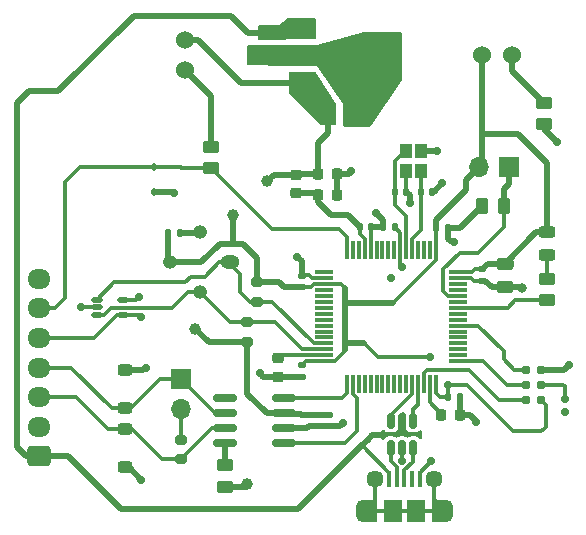
<source format=gbr>
G04 #@! TF.GenerationSoftware,KiCad,Pcbnew,7.0.8*
G04 #@! TF.CreationDate,2024-01-22T10:42:46-07:00*
G04 #@! TF.ProjectId,sdm24wheel,73646d32-3477-4686-9565-6c2e6b696361,v1.1*
G04 #@! TF.SameCoordinates,Original*
G04 #@! TF.FileFunction,Copper,L1,Top*
G04 #@! TF.FilePolarity,Positive*
%FSLAX46Y46*%
G04 Gerber Fmt 4.6, Leading zero omitted, Abs format (unit mm)*
G04 Created by KiCad (PCBNEW 7.0.8) date 2024-01-22 10:42:46*
%MOMM*%
%LPD*%
G01*
G04 APERTURE LIST*
G04 Aperture macros list*
%AMRoundRect*
0 Rectangle with rounded corners*
0 $1 Rounding radius*
0 $2 $3 $4 $5 $6 $7 $8 $9 X,Y pos of 4 corners*
0 Add a 4 corners polygon primitive as box body*
4,1,4,$2,$3,$4,$5,$6,$7,$8,$9,$2,$3,0*
0 Add four circle primitives for the rounded corners*
1,1,$1+$1,$2,$3*
1,1,$1+$1,$4,$5*
1,1,$1+$1,$6,$7*
1,1,$1+$1,$8,$9*
0 Add four rect primitives between the rounded corners*
20,1,$1+$1,$2,$3,$4,$5,0*
20,1,$1+$1,$4,$5,$6,$7,0*
20,1,$1+$1,$6,$7,$8,$9,0*
20,1,$1+$1,$8,$9,$2,$3,0*%
G04 Aperture macros list end*
G04 #@! TA.AperFunction,SMDPad,CuDef*
%ADD10RoundRect,0.140000X-0.140000X-0.170000X0.140000X-0.170000X0.140000X0.170000X-0.140000X0.170000X0*%
G04 #@! TD*
G04 #@! TA.AperFunction,ConnectorPad*
%ADD11C,0.787400*%
G04 #@! TD*
G04 #@! TA.AperFunction,SMDPad,CuDef*
%ADD12RoundRect,0.150000X0.150000X-0.512500X0.150000X0.512500X-0.150000X0.512500X-0.150000X-0.512500X0*%
G04 #@! TD*
G04 #@! TA.AperFunction,SMDPad,CuDef*
%ADD13RoundRect,0.140000X-0.170000X0.140000X-0.170000X-0.140000X0.170000X-0.140000X0.170000X0.140000X0*%
G04 #@! TD*
G04 #@! TA.AperFunction,SMDPad,CuDef*
%ADD14RoundRect,0.112500X0.112500X-0.187500X0.112500X0.187500X-0.112500X0.187500X-0.112500X-0.187500X0*%
G04 #@! TD*
G04 #@! TA.AperFunction,SMDPad,CuDef*
%ADD15RoundRect,0.225000X-0.250000X0.225000X-0.250000X-0.225000X0.250000X-0.225000X0.250000X0.225000X0*%
G04 #@! TD*
G04 #@! TA.AperFunction,SMDPad,CuDef*
%ADD16RoundRect,0.075000X-0.075000X0.700000X-0.075000X-0.700000X0.075000X-0.700000X0.075000X0.700000X0*%
G04 #@! TD*
G04 #@! TA.AperFunction,SMDPad,CuDef*
%ADD17RoundRect,0.075000X-0.700000X0.075000X-0.700000X-0.075000X0.700000X-0.075000X0.700000X0.075000X0*%
G04 #@! TD*
G04 #@! TA.AperFunction,SMDPad,CuDef*
%ADD18RoundRect,0.225000X-0.225000X-0.250000X0.225000X-0.250000X0.225000X0.250000X-0.225000X0.250000X0*%
G04 #@! TD*
G04 #@! TA.AperFunction,ComponentPad*
%ADD19C,1.524000*%
G04 #@! TD*
G04 #@! TA.AperFunction,SMDPad,CuDef*
%ADD20R,2.000000X1.500000*%
G04 #@! TD*
G04 #@! TA.AperFunction,SMDPad,CuDef*
%ADD21R,2.000000X3.800000*%
G04 #@! TD*
G04 #@! TA.AperFunction,SMDPad,CuDef*
%ADD22RoundRect,0.250000X-0.250000X-0.475000X0.250000X-0.475000X0.250000X0.475000X-0.250000X0.475000X0*%
G04 #@! TD*
G04 #@! TA.AperFunction,SMDPad,CuDef*
%ADD23RoundRect,0.140000X0.140000X0.170000X-0.140000X0.170000X-0.140000X-0.170000X0.140000X-0.170000X0*%
G04 #@! TD*
G04 #@! TA.AperFunction,SMDPad,CuDef*
%ADD24RoundRect,0.200000X-0.275000X0.200000X-0.275000X-0.200000X0.275000X-0.200000X0.275000X0.200000X0*%
G04 #@! TD*
G04 #@! TA.AperFunction,SMDPad,CuDef*
%ADD25RoundRect,0.250000X-0.475000X0.250000X-0.475000X-0.250000X0.475000X-0.250000X0.475000X0.250000X0*%
G04 #@! TD*
G04 #@! TA.AperFunction,SMDPad,CuDef*
%ADD26RoundRect,0.218750X0.256250X-0.218750X0.256250X0.218750X-0.256250X0.218750X-0.256250X-0.218750X0*%
G04 #@! TD*
G04 #@! TA.AperFunction,SMDPad,CuDef*
%ADD27RoundRect,0.250000X-0.450000X0.262500X-0.450000X-0.262500X0.450000X-0.262500X0.450000X0.262500X0*%
G04 #@! TD*
G04 #@! TA.AperFunction,SMDPad,CuDef*
%ADD28RoundRect,0.243750X0.456250X-0.243750X0.456250X0.243750X-0.456250X0.243750X-0.456250X-0.243750X0*%
G04 #@! TD*
G04 #@! TA.AperFunction,SMDPad,CuDef*
%ADD29RoundRect,0.245000X-0.380000X0.245000X-0.380000X-0.245000X0.380000X-0.245000X0.380000X0.245000X0*%
G04 #@! TD*
G04 #@! TA.AperFunction,SMDPad,CuDef*
%ADD30R,0.400000X1.350000*%
G04 #@! TD*
G04 #@! TA.AperFunction,ComponentPad*
%ADD31O,1.200000X1.900000*%
G04 #@! TD*
G04 #@! TA.AperFunction,SMDPad,CuDef*
%ADD32R,1.200000X1.900000*%
G04 #@! TD*
G04 #@! TA.AperFunction,ComponentPad*
%ADD33C,1.450000*%
G04 #@! TD*
G04 #@! TA.AperFunction,SMDPad,CuDef*
%ADD34R,1.500000X1.900000*%
G04 #@! TD*
G04 #@! TA.AperFunction,SMDPad,CuDef*
%ADD35RoundRect,0.200000X0.275000X-0.200000X0.275000X0.200000X-0.275000X0.200000X-0.275000X-0.200000X0*%
G04 #@! TD*
G04 #@! TA.AperFunction,SMDPad,CuDef*
%ADD36RoundRect,0.245000X0.380000X-0.245000X0.380000X0.245000X-0.380000X0.245000X-0.380000X-0.245000X0*%
G04 #@! TD*
G04 #@! TA.AperFunction,SMDPad,CuDef*
%ADD37RoundRect,0.112500X-0.362500X-0.112500X0.362500X-0.112500X0.362500X0.112500X-0.362500X0.112500X0*%
G04 #@! TD*
G04 #@! TA.AperFunction,ComponentPad*
%ADD38R,1.700000X1.700000*%
G04 #@! TD*
G04 #@! TA.AperFunction,ComponentPad*
%ADD39O,1.700000X1.700000*%
G04 #@! TD*
G04 #@! TA.AperFunction,SMDPad,CuDef*
%ADD40RoundRect,0.250000X-0.262500X-0.450000X0.262500X-0.450000X0.262500X0.450000X-0.262500X0.450000X0*%
G04 #@! TD*
G04 #@! TA.AperFunction,SMDPad,CuDef*
%ADD41RoundRect,0.150000X0.825000X0.150000X-0.825000X0.150000X-0.825000X-0.150000X0.825000X-0.150000X0*%
G04 #@! TD*
G04 #@! TA.AperFunction,SMDPad,CuDef*
%ADD42RoundRect,0.250000X0.450000X-0.262500X0.450000X0.262500X-0.450000X0.262500X-0.450000X-0.262500X0*%
G04 #@! TD*
G04 #@! TA.AperFunction,ComponentPad*
%ADD43RoundRect,0.250000X0.725000X-0.600000X0.725000X0.600000X-0.725000X0.600000X-0.725000X-0.600000X0*%
G04 #@! TD*
G04 #@! TA.AperFunction,ComponentPad*
%ADD44O,1.950000X1.700000*%
G04 #@! TD*
G04 #@! TA.AperFunction,SMDPad,CuDef*
%ADD45R,1.000000X1.200000*%
G04 #@! TD*
G04 #@! TA.AperFunction,SMDPad,CuDef*
%ADD46RoundRect,0.140000X0.170000X-0.140000X0.170000X0.140000X-0.170000X0.140000X-0.170000X-0.140000X0*%
G04 #@! TD*
G04 #@! TA.AperFunction,ComponentPad*
%ADD47O,1.600000X1.200000*%
G04 #@! TD*
G04 #@! TA.AperFunction,ComponentPad*
%ADD48O,1.200000X1.200000*%
G04 #@! TD*
G04 #@! TA.AperFunction,ViaPad*
%ADD49C,1.000000*%
G04 #@! TD*
G04 #@! TA.AperFunction,ViaPad*
%ADD50C,0.700000*%
G04 #@! TD*
G04 #@! TA.AperFunction,ViaPad*
%ADD51C,0.800000*%
G04 #@! TD*
G04 #@! TA.AperFunction,Conductor*
%ADD52C,0.500000*%
G04 #@! TD*
G04 #@! TA.AperFunction,Conductor*
%ADD53C,0.300000*%
G04 #@! TD*
G04 APERTURE END LIST*
D10*
X188020000Y-90600000D03*
X188980000Y-90600000D03*
D11*
X196870000Y-105140000D03*
X195600000Y-105140000D03*
X196870000Y-103870000D03*
X195600000Y-103870000D03*
X196870000Y-102600000D03*
X195600000Y-102600000D03*
D12*
X184150000Y-109200000D03*
X185100000Y-109200000D03*
X186050000Y-109200000D03*
X186050000Y-106925000D03*
X185100000Y-106925000D03*
X184150000Y-106925000D03*
D13*
X176600000Y-102220000D03*
X176600000Y-103180000D03*
D14*
X164125000Y-87550000D03*
X164125000Y-85450000D03*
D13*
X178900000Y-106420000D03*
X178900000Y-107380000D03*
D15*
X174600000Y-101625000D03*
X174600000Y-103175000D03*
D16*
X187950000Y-92425000D03*
X187450000Y-92425000D03*
X186950000Y-92425000D03*
X186450000Y-92425000D03*
X185950000Y-92425000D03*
X185450000Y-92425000D03*
X184950000Y-92425000D03*
X184450000Y-92425000D03*
X183950000Y-92425000D03*
X183450000Y-92425000D03*
X182950000Y-92425000D03*
X182450000Y-92425000D03*
X181950000Y-92425000D03*
X181450000Y-92425000D03*
X180950000Y-92425000D03*
X180450000Y-92425000D03*
D17*
X178525000Y-94350000D03*
X178525000Y-94850000D03*
X178525000Y-95350000D03*
X178525000Y-95850000D03*
X178525000Y-96350000D03*
X178525000Y-96850000D03*
X178525000Y-97350000D03*
X178525000Y-97850000D03*
X178525000Y-98350000D03*
X178525000Y-98850000D03*
X178525000Y-99350000D03*
X178525000Y-99850000D03*
X178525000Y-100350000D03*
X178525000Y-100850000D03*
X178525000Y-101350000D03*
X178525000Y-101850000D03*
D16*
X180450000Y-103775000D03*
X180950000Y-103775000D03*
X181450000Y-103775000D03*
X181950000Y-103775000D03*
X182450000Y-103775000D03*
X182950000Y-103775000D03*
X183450000Y-103775000D03*
X183950000Y-103775000D03*
X184450000Y-103775000D03*
X184950000Y-103775000D03*
X185450000Y-103775000D03*
X185950000Y-103775000D03*
X186450000Y-103775000D03*
X186950000Y-103775000D03*
X187450000Y-103775000D03*
X187950000Y-103775000D03*
D17*
X189875000Y-101850000D03*
X189875000Y-101350000D03*
X189875000Y-100850000D03*
X189875000Y-100350000D03*
X189875000Y-99850000D03*
X189875000Y-99350000D03*
X189875000Y-98850000D03*
X189875000Y-98350000D03*
X189875000Y-97850000D03*
X189875000Y-97350000D03*
X189875000Y-96850000D03*
X189875000Y-96350000D03*
X189875000Y-95850000D03*
X189875000Y-95350000D03*
X189875000Y-94850000D03*
X189875000Y-94350000D03*
D18*
X188425000Y-106400000D03*
X189975000Y-106400000D03*
D19*
X194440000Y-75900000D03*
X191900000Y-75900000D03*
D20*
X176650000Y-73700000D03*
X176650000Y-76000000D03*
D21*
X182950000Y-76000000D03*
D20*
X176650000Y-78300000D03*
D22*
X178850000Y-81000000D03*
X180750000Y-81000000D03*
D13*
X191900000Y-94100000D03*
X191900000Y-95060000D03*
D23*
X184480000Y-90500000D03*
X183520000Y-90500000D03*
D18*
X178025000Y-87800000D03*
X179575000Y-87800000D03*
D13*
X177400000Y-106420000D03*
X177400000Y-107380000D03*
D24*
X172800000Y-95175000D03*
X172800000Y-96825000D03*
D25*
X173800000Y-74050000D03*
X173800000Y-75950000D03*
D26*
X176166000Y-87637500D03*
X176166000Y-86062500D03*
D27*
X197400000Y-94887500D03*
X197400000Y-96712500D03*
D19*
X166700000Y-77170000D03*
X166700000Y-74630000D03*
D28*
X197400000Y-92837500D03*
X197400000Y-90962500D03*
D29*
X161625000Y-102640000D03*
X161625000Y-105860000D03*
D30*
X184000000Y-111850000D03*
X184650000Y-111850000D03*
X185300000Y-111850000D03*
X185950000Y-111850000D03*
X186600000Y-111850000D03*
D31*
X181800000Y-114550000D03*
D32*
X182400000Y-114550000D03*
D33*
X182800000Y-111850000D03*
D34*
X184300000Y-114550000D03*
X186300000Y-114550000D03*
D33*
X187800000Y-111850000D03*
D32*
X188200000Y-114550000D03*
D31*
X188800000Y-114550000D03*
D35*
X172000000Y-100225000D03*
X172000000Y-98575000D03*
D25*
X193800000Y-93650000D03*
X193800000Y-95550000D03*
D36*
X161625000Y-110860000D03*
X161625000Y-107640000D03*
D27*
X197100000Y-79987500D03*
X197100000Y-81812500D03*
D37*
X159300000Y-96650000D03*
X159300000Y-97300000D03*
X159300000Y-97950000D03*
X161500000Y-97950000D03*
X161500000Y-96650000D03*
D38*
X194175000Y-85400000D03*
D39*
X191635000Y-85400000D03*
D27*
X170100000Y-110687500D03*
X170100000Y-112512500D03*
D10*
X189020000Y-104900000D03*
X189980000Y-104900000D03*
X186720000Y-87500000D03*
X187680000Y-87500000D03*
X181520000Y-90500000D03*
X182480000Y-90500000D03*
D40*
X191887500Y-88700000D03*
X193712500Y-88700000D03*
D35*
X166400000Y-110185000D03*
X166400000Y-108535000D03*
D41*
X175075000Y-108805000D03*
X175075000Y-107535000D03*
X175075000Y-106265000D03*
X175075000Y-104995000D03*
X170125000Y-104995000D03*
X170125000Y-106265000D03*
X170125000Y-107535000D03*
X170125000Y-108805000D03*
D42*
X168920000Y-85512500D03*
X168920000Y-83687500D03*
D43*
X154400000Y-109900000D03*
D44*
X154400000Y-107400000D03*
X154400000Y-104900000D03*
X154400000Y-102400000D03*
X154400000Y-99900000D03*
X154400000Y-97400000D03*
X154400000Y-94900000D03*
D45*
X186750000Y-85750000D03*
X186750000Y-84050000D03*
X185450000Y-84050000D03*
X185450000Y-85750000D03*
D10*
X184520000Y-87500000D03*
X185480000Y-87500000D03*
D46*
X176600000Y-95580000D03*
X176600000Y-94620000D03*
D18*
X178025000Y-86000000D03*
X179575000Y-86000000D03*
D38*
X166400000Y-103360000D03*
D39*
X166400000Y-105900000D03*
D10*
X165320000Y-91000000D03*
X166280000Y-91000000D03*
D47*
X170540000Y-93500000D03*
D48*
X168000000Y-96040000D03*
X165460000Y-93500000D03*
X168000000Y-90960000D03*
D49*
X170800000Y-89500000D03*
X167600000Y-99100000D03*
X173700000Y-86600000D03*
D50*
X163000000Y-98100000D03*
X187500000Y-101500000D03*
X189000000Y-103900000D03*
X199200000Y-102200000D03*
X187600000Y-110300000D03*
X178400000Y-76600000D03*
D49*
X172000000Y-112300000D03*
D50*
X173100000Y-102900000D03*
X182900000Y-89300000D03*
X182400000Y-78600000D03*
X184700000Y-74600000D03*
X163000000Y-111900000D03*
X184200000Y-94800000D03*
D51*
X195300000Y-95700000D03*
D50*
X162800000Y-96400000D03*
X165800000Y-87600000D03*
X198900000Y-106200000D03*
X189500000Y-91800000D03*
X180800000Y-85800000D03*
X180100000Y-107100000D03*
X176200000Y-93000000D03*
X157900000Y-97300000D03*
X182000000Y-80500000D03*
X188500000Y-86800000D03*
X172400000Y-75500000D03*
X163400000Y-102400000D03*
X184700000Y-77400000D03*
X198200000Y-83300000D03*
X183600000Y-78600000D03*
X191400000Y-107000000D03*
X172400000Y-76400000D03*
X185800000Y-88500000D03*
X182000000Y-81600000D03*
X188100000Y-84100000D03*
X178400000Y-75500000D03*
X185105378Y-110305378D03*
X185100000Y-93900000D03*
X198900000Y-105100000D03*
D52*
X172800000Y-95175000D02*
X174675000Y-95175000D01*
D53*
X179950000Y-95350000D02*
X180300000Y-95700000D01*
D52*
X170800000Y-91900000D02*
X169700000Y-91900000D01*
X166700000Y-74630000D02*
X167830000Y-74630000D01*
D53*
X176620000Y-95600000D02*
X176600000Y-95580000D01*
X180300000Y-101000000D02*
X180300000Y-100900000D01*
D52*
X188020000Y-89880000D02*
X188020000Y-90600000D01*
X190500000Y-87400000D02*
X188020000Y-89880000D01*
D53*
X194500000Y-107800000D02*
X196900000Y-107800000D01*
X187950000Y-92425000D02*
X187950000Y-93301041D01*
X190600000Y-103900000D02*
X194500000Y-107800000D01*
X178525000Y-95350000D02*
X179950000Y-95350000D01*
D52*
X165320000Y-93360000D02*
X165460000Y-93500000D01*
X178025000Y-83375000D02*
X178850000Y-82550000D01*
D53*
X178525000Y-101850000D02*
X179450000Y-101850000D01*
D52*
X175080000Y-95580000D02*
X176600000Y-95580000D01*
X167830000Y-74630000D02*
X171500000Y-78300000D01*
D53*
X187950000Y-104550000D02*
X188300000Y-104900000D01*
D52*
X176500000Y-106300000D02*
X175110000Y-106300000D01*
X197400000Y-90962500D02*
X196487500Y-90962500D01*
D53*
X197300000Y-105570000D02*
X197300000Y-107400000D01*
X188300000Y-104900000D02*
X189020000Y-104900000D01*
D52*
X172000000Y-104600000D02*
X172000000Y-100225000D01*
D53*
X196870000Y-105140000D02*
X197300000Y-105570000D01*
D52*
X178850000Y-82550000D02*
X178850000Y-81000000D01*
X174675000Y-95175000D02*
X175080000Y-95580000D01*
X165320000Y-91000000D02*
X165320000Y-93360000D01*
D53*
X187950000Y-93301041D02*
X184351041Y-96900000D01*
D52*
X191900000Y-82600000D02*
X191900000Y-85135000D01*
X194900000Y-82600000D02*
X191900000Y-82600000D01*
X193800000Y-93650000D02*
X192350000Y-93650000D01*
X175075000Y-106265000D02*
X173665000Y-106265000D01*
X171600000Y-91900000D02*
X170800000Y-91900000D01*
D53*
X177400000Y-95598959D02*
X177400000Y-95600000D01*
X191300000Y-94100000D02*
X191900000Y-94100000D01*
D52*
X175110000Y-106300000D02*
X175075000Y-106265000D01*
X168100000Y-93500000D02*
X165460000Y-93500000D01*
X174237500Y-86062500D02*
X173700000Y-86600000D01*
D53*
X197300000Y-107400000D02*
X197100000Y-107600000D01*
X179450000Y-101850000D02*
X180300000Y-101000000D01*
X189875000Y-94350000D02*
X191050000Y-94350000D01*
D52*
X191900000Y-75900000D02*
X191900000Y-82600000D01*
X178025000Y-86000000D02*
X178025000Y-83375000D01*
X169700000Y-91900000D02*
X168100000Y-93500000D01*
X180300000Y-96900000D02*
X180300000Y-95700000D01*
X177400000Y-106420000D02*
X176620000Y-106420000D01*
X197400000Y-85100000D02*
X194900000Y-82600000D01*
D53*
X183100000Y-101500000D02*
X181900000Y-100300000D01*
X177400000Y-95600000D02*
X176620000Y-95600000D01*
D52*
X172000000Y-100225000D02*
X168725000Y-100225000D01*
X180300000Y-100300000D02*
X180300000Y-98700000D01*
X181900000Y-100300000D02*
X180300000Y-100300000D01*
X176620000Y-106420000D02*
X176500000Y-106300000D01*
X170800000Y-89500000D02*
X170800000Y-91900000D01*
D53*
X161500000Y-97950000D02*
X160950000Y-97950000D01*
X189000000Y-103900000D02*
X190600000Y-103900000D01*
D52*
X190500000Y-86535000D02*
X190500000Y-87400000D01*
X177400000Y-106420000D02*
X178900000Y-106420000D01*
X180300000Y-98700000D02*
X180300000Y-96900000D01*
D53*
X177648959Y-95350000D02*
X177400000Y-95598959D01*
X191050000Y-94350000D02*
X191300000Y-94100000D01*
X178525000Y-95350000D02*
X177648959Y-95350000D01*
X189020000Y-103920000D02*
X189000000Y-103900000D01*
D52*
X173665000Y-106265000D02*
X172000000Y-104600000D01*
D53*
X187500000Y-101500000D02*
X183100000Y-101500000D01*
X189020000Y-104900000D02*
X189020000Y-103920000D01*
X178525000Y-101850000D02*
X176970000Y-101850000D01*
D52*
X176166000Y-86062500D02*
X174237500Y-86062500D01*
X197400000Y-90962500D02*
X197400000Y-85100000D01*
X192350000Y-93650000D02*
X191900000Y-94100000D01*
D53*
X160950000Y-97950000D02*
X159000000Y-99900000D01*
D52*
X168725000Y-100225000D02*
X167600000Y-99100000D01*
X172800000Y-93100000D02*
X171600000Y-91900000D01*
D53*
X162850000Y-97950000D02*
X163000000Y-98100000D01*
D52*
X176228500Y-86000000D02*
X176166000Y-86062500D01*
X191635000Y-85400000D02*
X190500000Y-86535000D01*
X184351041Y-96900000D02*
X180300000Y-96900000D01*
D53*
X187950000Y-103775000D02*
X187950000Y-104550000D01*
D52*
X196487500Y-90962500D02*
X193800000Y-93650000D01*
D53*
X161500000Y-97950000D02*
X162850000Y-97950000D01*
D52*
X180300000Y-100900000D02*
X180300000Y-100300000D01*
D53*
X187950000Y-92425000D02*
X187950000Y-90670000D01*
D52*
X178025000Y-86000000D02*
X176228500Y-86000000D01*
D53*
X196900000Y-107800000D02*
X197100000Y-107600000D01*
D52*
X171500000Y-78300000D02*
X176650000Y-78300000D01*
X172800000Y-95175000D02*
X172800000Y-93100000D01*
D53*
X187950000Y-90670000D02*
X188020000Y-90600000D01*
D52*
X191900000Y-85135000D02*
X191635000Y-85400000D01*
D53*
X176970000Y-101850000D02*
X176600000Y-102220000D01*
X159000000Y-99900000D02*
X154400000Y-99900000D01*
X186720000Y-87500000D02*
X186720000Y-85855000D01*
X185950000Y-91548959D02*
X186720000Y-90778959D01*
X186720000Y-85855000D02*
X186800000Y-85775000D01*
X185950000Y-92425000D02*
X185950000Y-91548959D01*
X186720000Y-90778959D02*
X186720000Y-87500000D01*
X184520000Y-88620000D02*
X184520000Y-87500000D01*
X185450000Y-89550000D02*
X184520000Y-88620000D01*
X184520000Y-84905000D02*
X185400000Y-84025000D01*
X184520000Y-87500000D02*
X184520000Y-84905000D01*
X185450000Y-92425000D02*
X185450000Y-89550000D01*
D52*
X152500000Y-109100000D02*
X152500000Y-80000000D01*
D53*
X184000000Y-111300000D02*
X181700000Y-109000000D01*
D52*
X153500000Y-79000000D02*
X156000000Y-79000000D01*
X170600000Y-72600000D02*
X172050000Y-74050000D01*
X181700000Y-109000000D02*
X182200000Y-108500000D01*
X182200000Y-108500000D02*
X182600000Y-108100000D01*
D53*
X184000000Y-111850000D02*
X184000000Y-111300000D01*
D52*
X152500000Y-80000000D02*
X153500000Y-79000000D01*
X176300000Y-114400000D02*
X161300000Y-114400000D01*
X182600000Y-108100000D02*
X182700000Y-108100000D01*
X172050000Y-74050000D02*
X173800000Y-74050000D01*
X156000000Y-79000000D02*
X162400000Y-72600000D01*
X181700000Y-109000000D02*
X176300000Y-114400000D01*
X162400000Y-72600000D02*
X170600000Y-72600000D01*
X182700000Y-108100000D02*
X183400000Y-108100000D01*
X161300000Y-114400000D02*
X156800000Y-109900000D01*
X153300000Y-109900000D02*
X152500000Y-109100000D01*
X154400000Y-109900000D02*
X153300000Y-109900000D01*
X156800000Y-109900000D02*
X154400000Y-109900000D01*
D53*
X186600000Y-111850000D02*
X186600000Y-111300000D01*
X182450000Y-92425000D02*
X182450000Y-90530000D01*
D52*
X176595000Y-103175000D02*
X176600000Y-103180000D01*
D53*
X185480000Y-86680000D02*
X185400000Y-86600000D01*
D52*
X177100000Y-107500000D02*
X175110000Y-107500000D01*
X192160000Y-95060000D02*
X192700000Y-95600000D01*
X178900000Y-107380000D02*
X179820000Y-107380000D01*
X193800000Y-95550000D02*
X195150000Y-95550000D01*
D53*
X177450000Y-94850000D02*
X177200000Y-94600000D01*
D52*
X179820000Y-107380000D02*
X180100000Y-107100000D01*
X161960000Y-110860000D02*
X163000000Y-111900000D01*
X174600000Y-103175000D02*
X176595000Y-103175000D01*
X193750000Y-95600000D02*
X193800000Y-95550000D01*
D53*
X159300000Y-97300000D02*
X157900000Y-97300000D01*
D52*
X165750000Y-87550000D02*
X165800000Y-87600000D01*
X167960000Y-91000000D02*
X168000000Y-90960000D01*
D53*
X161500000Y-96650000D02*
X162550000Y-96650000D01*
D52*
X191400000Y-106900000D02*
X191400000Y-107000000D01*
X189987500Y-90600000D02*
X191887500Y-88700000D01*
D53*
X185480000Y-87500000D02*
X185480000Y-86680000D01*
D52*
X189300000Y-91800000D02*
X189500000Y-91800000D01*
X161625000Y-102640000D02*
X163160000Y-102640000D01*
X195150000Y-95550000D02*
X195300000Y-95700000D01*
D53*
X190950000Y-94850000D02*
X191200000Y-95100000D01*
D52*
X178900000Y-107380000D02*
X177400000Y-107380000D01*
X177400000Y-107380000D02*
X177220000Y-107380000D01*
X175110000Y-107500000D02*
X175075000Y-107535000D01*
D53*
X176620000Y-94600000D02*
X176600000Y-94620000D01*
D52*
X171787500Y-112512500D02*
X172000000Y-112300000D01*
X164125000Y-87550000D02*
X165750000Y-87550000D01*
X182480000Y-90500000D02*
X183520000Y-90500000D01*
X192700000Y-95600000D02*
X193750000Y-95600000D01*
X185800000Y-87820000D02*
X185480000Y-87500000D01*
X176600000Y-93400000D02*
X176200000Y-93000000D01*
X188980000Y-91480000D02*
X189300000Y-91800000D01*
X190900000Y-106400000D02*
X191400000Y-106900000D01*
X198800000Y-102600000D02*
X199200000Y-102200000D01*
X174600000Y-103175000D02*
X173375000Y-103175000D01*
X179575000Y-86000000D02*
X180600000Y-86000000D01*
X170100000Y-112512500D02*
X171787500Y-112512500D01*
X197100000Y-81812500D02*
X197100000Y-82200000D01*
X177220000Y-107380000D02*
X177100000Y-107500000D01*
D53*
X185400000Y-86600000D02*
X185400000Y-85775000D01*
D52*
X187800000Y-87500000D02*
X188500000Y-86800000D01*
X189975000Y-104905000D02*
X189980000Y-104900000D01*
D53*
X178525000Y-94850000D02*
X177450000Y-94850000D01*
D52*
X189975000Y-106400000D02*
X189975000Y-104905000D01*
X173375000Y-103175000D02*
X173100000Y-102900000D01*
X176600000Y-93700000D02*
X176600000Y-93400000D01*
X163160000Y-102640000D02*
X163400000Y-102400000D01*
X185800000Y-88500000D02*
X185800000Y-87820000D01*
X183520000Y-89920000D02*
X182900000Y-89300000D01*
D53*
X185100000Y-109200000D02*
X185100000Y-110300000D01*
D52*
X180600000Y-86000000D02*
X180800000Y-85800000D01*
X188980000Y-90600000D02*
X188980000Y-91480000D01*
X166280000Y-91000000D02*
X167960000Y-91000000D01*
D53*
X177200000Y-94600000D02*
X176620000Y-94600000D01*
D52*
X183520000Y-90500000D02*
X183520000Y-89920000D01*
D53*
X182450000Y-90530000D02*
X182480000Y-90500000D01*
D52*
X179575000Y-86000000D02*
X179575000Y-87800000D01*
X187680000Y-87500000D02*
X187800000Y-87500000D01*
X186800000Y-84100000D02*
X186750000Y-84050000D01*
X188980000Y-90600000D02*
X189987500Y-90600000D01*
X188100000Y-84100000D02*
X186800000Y-84100000D01*
X191900000Y-95060000D02*
X192160000Y-95060000D01*
X176600000Y-94620000D02*
X176600000Y-93700000D01*
X161625000Y-110860000D02*
X161960000Y-110860000D01*
X189975000Y-106400000D02*
X190900000Y-106400000D01*
D53*
X191200000Y-95100000D02*
X191860000Y-95100000D01*
D52*
X197100000Y-82200000D02*
X198200000Y-83300000D01*
D53*
X185100000Y-110300000D02*
X185105378Y-110305378D01*
X186600000Y-111300000D02*
X187600000Y-110300000D01*
X162550000Y-96650000D02*
X162800000Y-96400000D01*
D52*
X196870000Y-102600000D02*
X198800000Y-102600000D01*
D53*
X189875000Y-94850000D02*
X190950000Y-94850000D01*
X198900000Y-105100000D02*
X198900000Y-104000000D01*
X184950000Y-93750000D02*
X185100000Y-93900000D01*
X198770000Y-103870000D02*
X196870000Y-103870000D01*
X184950000Y-90970000D02*
X184480000Y-90500000D01*
X198900000Y-104000000D02*
X198770000Y-103870000D01*
X184950000Y-92425000D02*
X184950000Y-93750000D01*
X184950000Y-92425000D02*
X184950000Y-90970000D01*
X194600000Y-102600000D02*
X195600000Y-102600000D01*
X193700000Y-101000000D02*
X193700000Y-101700000D01*
X191550000Y-98850000D02*
X193700000Y-101000000D01*
X193700000Y-101700000D02*
X194600000Y-102600000D01*
X189875000Y-98850000D02*
X191550000Y-98850000D01*
X166400000Y-105900000D02*
X166400000Y-108535000D01*
X194687500Y-96712500D02*
X197400000Y-96712500D01*
X194050000Y-97350000D02*
X194687500Y-96712500D01*
X189875000Y-97350000D02*
X194050000Y-97350000D01*
X181950000Y-91548959D02*
X181520000Y-91118959D01*
X181950000Y-92425000D02*
X181950000Y-91548959D01*
D52*
X179100000Y-89500000D02*
X180520000Y-89500000D01*
D53*
X181520000Y-91118959D02*
X181520000Y-90500000D01*
D52*
X180520000Y-89500000D02*
X181520000Y-90500000D01*
X177862500Y-87637500D02*
X178025000Y-87800000D01*
X178025000Y-88425000D02*
X179100000Y-89500000D01*
X176166000Y-87637500D02*
X177862500Y-87637500D01*
X178025000Y-87800000D02*
X178025000Y-88425000D01*
D53*
X164125000Y-85450000D02*
X166362500Y-85450000D01*
X164075000Y-85400000D02*
X164125000Y-85450000D01*
X179800000Y-90700000D02*
X174107500Y-90700000D01*
X164125000Y-85450000D02*
X157875000Y-85450000D01*
X166425000Y-85512500D02*
X168920000Y-85512500D01*
X154400000Y-97400000D02*
X155700000Y-97400000D01*
X157875000Y-85450000D02*
X156600000Y-86725000D01*
X180450000Y-91350000D02*
X179800000Y-90700000D01*
X174107500Y-90700000D02*
X168920000Y-85512500D01*
X180450000Y-92425000D02*
X180450000Y-91350000D01*
X156600000Y-96500000D02*
X156600000Y-86725000D01*
X166362500Y-85450000D02*
X166425000Y-85512500D01*
X155700000Y-97400000D02*
X156600000Y-96500000D01*
X184150000Y-106451041D02*
X185950000Y-104651041D01*
X185950000Y-104651041D02*
X185950000Y-103775000D01*
X184150000Y-106925000D02*
X184150000Y-106451041D01*
X186050000Y-105950000D02*
X186450000Y-105550000D01*
X186450000Y-105550000D02*
X186450000Y-103775000D01*
X186050000Y-106925000D02*
X186050000Y-105950000D01*
X193340000Y-105140000D02*
X195600000Y-105140000D01*
X190800000Y-102600000D02*
X193340000Y-105140000D01*
X186950000Y-102898959D02*
X187248959Y-102600000D01*
X187248959Y-102600000D02*
X190800000Y-102600000D01*
X186950000Y-103775000D02*
X186950000Y-102898959D01*
X189875000Y-101850000D02*
X191950000Y-101850000D01*
X191950000Y-101850000D02*
X193970000Y-103870000D01*
X193970000Y-103870000D02*
X195600000Y-103870000D01*
X178525000Y-100850000D02*
X176650000Y-100850000D01*
X165625000Y-97375000D02*
X160425000Y-97375000D01*
X170535000Y-98575000D02*
X168000000Y-96040000D01*
X176650000Y-100850000D02*
X174375000Y-98575000D01*
X172000000Y-98575000D02*
X170535000Y-98575000D01*
X166960000Y-96040000D02*
X165625000Y-97375000D01*
X168000000Y-96040000D02*
X166960000Y-96040000D01*
X160425000Y-97375000D02*
X159850000Y-97950000D01*
X174375000Y-98575000D02*
X172000000Y-98575000D01*
X159850000Y-97950000D02*
X159300000Y-97950000D01*
X168400000Y-94700000D02*
X167200000Y-94700000D01*
X166700000Y-95200000D02*
X160750000Y-95200000D01*
X170540000Y-93640000D02*
X170540000Y-93500000D01*
X160750000Y-95200000D02*
X159300000Y-96650000D01*
X178525000Y-100350000D02*
X177648959Y-100350000D01*
X177648959Y-100350000D02*
X174123959Y-96825000D01*
X167200000Y-94700000D02*
X166700000Y-95200000D01*
X171400000Y-94500000D02*
X170540000Y-93640000D01*
X171400000Y-96000000D02*
X171400000Y-94500000D01*
X169600000Y-93500000D02*
X168400000Y-94700000D01*
X172225000Y-96825000D02*
X171400000Y-96000000D01*
X170540000Y-93500000D02*
X169600000Y-93500000D01*
X174123959Y-96825000D02*
X172800000Y-96825000D01*
X172800000Y-96825000D02*
X172225000Y-96825000D01*
D52*
X193712500Y-87287500D02*
X193712500Y-88700000D01*
D53*
X193712500Y-90487500D02*
X193712500Y-88700000D01*
D52*
X194175000Y-86825000D02*
X193712500Y-87287500D01*
D53*
X188600000Y-94100000D02*
X190000000Y-92700000D01*
X190000000Y-92700000D02*
X191500000Y-92700000D01*
X188600000Y-95951041D02*
X188600000Y-94100000D01*
X189875000Y-96350000D02*
X188998959Y-96350000D01*
D52*
X194175000Y-85400000D02*
X194175000Y-86825000D01*
D53*
X191500000Y-92700000D02*
X193712500Y-90487500D01*
X188998959Y-96350000D02*
X188600000Y-95951041D01*
X180005000Y-104995000D02*
X180450000Y-104550000D01*
X175075000Y-104995000D02*
X180005000Y-104995000D01*
X180450000Y-104550000D02*
X180450000Y-103775000D01*
X180950000Y-103775000D02*
X180950000Y-104651041D01*
X181300000Y-105001041D02*
X181300000Y-107800000D01*
X181300000Y-107800000D02*
X180295000Y-108805000D01*
X180950000Y-104651041D02*
X181300000Y-105001041D01*
X180295000Y-108805000D02*
X175075000Y-108805000D01*
X161625000Y-105860000D02*
X160560000Y-105860000D01*
X170125000Y-106265000D02*
X169305000Y-106265000D01*
X169305000Y-106265000D02*
X166400000Y-103360000D01*
X160560000Y-105860000D02*
X157100000Y-102400000D01*
X161625000Y-105860000D02*
X162140000Y-105860000D01*
X164640000Y-103360000D02*
X166400000Y-103360000D01*
X157100000Y-102400000D02*
X154400000Y-102400000D01*
X162140000Y-105860000D02*
X164640000Y-103360000D01*
X162240000Y-107640000D02*
X164785000Y-110185000D01*
X160240000Y-107640000D02*
X157500000Y-104900000D01*
X164785000Y-110185000D02*
X166400000Y-110185000D01*
X161625000Y-107640000D02*
X160240000Y-107640000D01*
X161625000Y-107640000D02*
X162240000Y-107640000D01*
X157500000Y-104900000D02*
X154400000Y-104900000D01*
X170125000Y-107535000D02*
X169050000Y-107535000D01*
X169050000Y-107535000D02*
X166400000Y-110185000D01*
X188200000Y-114550000D02*
X186300000Y-114550000D01*
X187800000Y-111850000D02*
X187800000Y-113550000D01*
X182800000Y-114150000D02*
X182400000Y-114550000D01*
X182800000Y-111850000D02*
X182800000Y-114150000D01*
X187800000Y-113550000D02*
X188800000Y-114550000D01*
X186300000Y-114550000D02*
X184300000Y-114550000D01*
X184300000Y-114550000D02*
X182400000Y-114550000D01*
D52*
X168920000Y-79390000D02*
X166700000Y-77170000D01*
X168920000Y-83687500D02*
X168920000Y-79390000D01*
X194440000Y-77327500D02*
X197100000Y-79987500D01*
X194440000Y-75900000D02*
X194440000Y-77327500D01*
D53*
X197400000Y-94887500D02*
X197400000Y-92837500D01*
D52*
X170125000Y-108805000D02*
X170125000Y-110662500D01*
X170125000Y-110662500D02*
X170100000Y-110687500D01*
D53*
X184650000Y-111850000D02*
X184650000Y-110839950D01*
X184150000Y-110339950D02*
X184150000Y-109200000D01*
X184650000Y-110839950D02*
X184150000Y-110339950D01*
X186000000Y-110400000D02*
X186000000Y-109250000D01*
X186000000Y-109250000D02*
X186050000Y-109200000D01*
X185300000Y-111850000D02*
X185300000Y-111100000D01*
X185300000Y-111100000D02*
X186000000Y-110400000D01*
X174875000Y-101350000D02*
X174600000Y-101625000D01*
X178525000Y-101350000D02*
X174875000Y-101350000D01*
X188425000Y-106400000D02*
X188425000Y-106325000D01*
X187450000Y-105350000D02*
X187450000Y-103775000D01*
X188425000Y-106325000D02*
X187450000Y-105350000D01*
G04 #@! TA.AperFunction,Conductor*
G36*
X185043039Y-74019685D02*
G01*
X185088794Y-74072489D01*
X185100000Y-74124000D01*
X185100000Y-77962066D01*
X185080315Y-78029105D01*
X185078777Y-78031441D01*
X182436872Y-81945375D01*
X182383050Y-81989927D01*
X182334095Y-82000000D01*
X180224000Y-82000000D01*
X180156961Y-81980315D01*
X180111206Y-81927511D01*
X180100000Y-81876000D01*
X180100000Y-80100000D01*
X177900000Y-76900000D01*
X175400000Y-76900000D01*
X172120355Y-76803539D01*
X172053923Y-76781892D01*
X172009740Y-76727766D01*
X172000000Y-76679593D01*
X172000000Y-75224000D01*
X172019685Y-75156961D01*
X172072489Y-75111206D01*
X172124000Y-75100000D01*
X177899998Y-75100000D01*
X177900000Y-75100000D01*
X177900005Y-75099998D01*
X177900008Y-75099998D01*
X181883858Y-74004439D01*
X181916737Y-74000000D01*
X184976000Y-74000000D01*
X185043039Y-74019685D01*
G37*
G04 #@! TD.AperFunction*
G04 #@! TA.AperFunction,Conductor*
G36*
X177743039Y-72819685D02*
G01*
X177788794Y-72872489D01*
X177800000Y-72924000D01*
X177800000Y-74476000D01*
X177780315Y-74543039D01*
X177727511Y-74588794D01*
X177676000Y-74600000D01*
X175500000Y-74600000D01*
X175499997Y-74600000D01*
X175499984Y-74600001D01*
X175045043Y-74656869D01*
X174703826Y-74699521D01*
X174696140Y-74700000D01*
X173024000Y-74700000D01*
X172956961Y-74680315D01*
X172911206Y-74627511D01*
X172900000Y-74576000D01*
X172900000Y-73524000D01*
X172919685Y-73456961D01*
X172972489Y-73411206D01*
X173024000Y-73400000D01*
X174699999Y-73400000D01*
X174700000Y-73400000D01*
X175466933Y-72824799D01*
X175532375Y-72800324D01*
X175541333Y-72800000D01*
X177676000Y-72800000D01*
X177743039Y-72819685D01*
G37*
G04 #@! TD.AperFunction*
G04 #@! TA.AperFunction,Conductor*
G36*
X185343039Y-106219685D02*
G01*
X185388794Y-106272489D01*
X185400000Y-106324000D01*
X185400000Y-107600000D01*
X185500000Y-107700000D01*
X185500001Y-107700000D01*
X185516873Y-107706989D01*
X185569189Y-107747915D01*
X185570999Y-107750368D01*
X185577850Y-107759650D01*
X185687118Y-107840293D01*
X185718752Y-107851362D01*
X185815299Y-107885146D01*
X185845730Y-107888000D01*
X185845734Y-107888000D01*
X186254270Y-107888000D01*
X186284699Y-107885146D01*
X186284701Y-107885146D01*
X186348790Y-107862719D01*
X186412882Y-107840293D01*
X186522150Y-107759650D01*
X186529000Y-107750367D01*
X186584646Y-107708116D01*
X186628771Y-107700000D01*
X186648638Y-107700000D01*
X186715677Y-107719685D01*
X186736319Y-107736319D01*
X186763681Y-107763681D01*
X186797166Y-107825004D01*
X186800000Y-107851362D01*
X186800000Y-108348638D01*
X186780315Y-108415677D01*
X186763681Y-108436319D01*
X186756730Y-108443270D01*
X186695404Y-108476750D01*
X186625713Y-108471761D01*
X186569783Y-108429885D01*
X186569285Y-108429216D01*
X186559293Y-108415677D01*
X186522150Y-108365350D01*
X186412882Y-108284707D01*
X186412880Y-108284706D01*
X186284700Y-108239853D01*
X186254270Y-108237000D01*
X186254266Y-108237000D01*
X185845734Y-108237000D01*
X185845730Y-108237000D01*
X185815300Y-108239853D01*
X185815298Y-108239853D01*
X185687119Y-108284706D01*
X185687118Y-108284707D01*
X185648633Y-108313110D01*
X185583003Y-108337080D01*
X185514833Y-108321764D01*
X185501367Y-108313110D01*
X185498353Y-108310885D01*
X185462882Y-108284707D01*
X185462880Y-108284706D01*
X185334700Y-108239853D01*
X185304270Y-108237000D01*
X185304266Y-108237000D01*
X184895734Y-108237000D01*
X184895730Y-108237000D01*
X184865300Y-108239853D01*
X184865298Y-108239853D01*
X184737119Y-108284706D01*
X184737118Y-108284707D01*
X184698633Y-108313110D01*
X184633003Y-108337080D01*
X184564833Y-108321764D01*
X184551367Y-108313110D01*
X184548353Y-108310885D01*
X184512882Y-108284707D01*
X184512880Y-108284706D01*
X184384700Y-108239853D01*
X184354270Y-108237000D01*
X184354266Y-108237000D01*
X183945734Y-108237000D01*
X183945730Y-108237000D01*
X183915300Y-108239853D01*
X183915298Y-108239853D01*
X183787119Y-108284706D01*
X183787117Y-108284707D01*
X183677850Y-108365350D01*
X183615646Y-108449634D01*
X183559999Y-108491884D01*
X183515876Y-108500000D01*
X183451362Y-108500000D01*
X183384323Y-108480315D01*
X183363681Y-108463681D01*
X183336319Y-108436319D01*
X183302834Y-108374996D01*
X183300000Y-108348638D01*
X183300000Y-107851362D01*
X183319685Y-107784323D01*
X183336319Y-107763681D01*
X183363681Y-107736319D01*
X183425004Y-107702834D01*
X183451362Y-107700000D01*
X183571229Y-107700000D01*
X183638268Y-107719685D01*
X183670998Y-107750366D01*
X183677850Y-107759650D01*
X183787118Y-107840293D01*
X183818752Y-107851362D01*
X183915299Y-107885146D01*
X183945730Y-107888000D01*
X183945734Y-107888000D01*
X184354270Y-107888000D01*
X184384699Y-107885146D01*
X184384701Y-107885146D01*
X184448790Y-107862719D01*
X184512882Y-107840293D01*
X184622150Y-107759650D01*
X184630810Y-107747915D01*
X184683127Y-107706989D01*
X184699999Y-107700000D01*
X184700000Y-107700000D01*
X184800000Y-107600000D01*
X184800000Y-106489507D01*
X184819685Y-106422468D01*
X184836319Y-106401826D01*
X185001826Y-106236319D01*
X185063149Y-106202834D01*
X185089507Y-106200000D01*
X185276000Y-106200000D01*
X185343039Y-106219685D01*
G37*
G04 #@! TD.AperFunction*
G04 #@! TA.AperFunction,Conductor*
G36*
X177798581Y-77419685D02*
G01*
X177836475Y-77457931D01*
X178918138Y-79175867D01*
X179480933Y-80069717D01*
X179500000Y-80135786D01*
X179500000Y-81776000D01*
X179480315Y-81843039D01*
X179427511Y-81888794D01*
X179376000Y-81900000D01*
X178350047Y-81900000D01*
X178283008Y-81880315D01*
X178263974Y-81865261D01*
X175537927Y-79236572D01*
X175503333Y-79175867D01*
X175500000Y-79147311D01*
X175500000Y-77524000D01*
X175519685Y-77456961D01*
X175572489Y-77411206D01*
X175624000Y-77400000D01*
X177731542Y-77400000D01*
X177798581Y-77419685D01*
G37*
G04 #@! TD.AperFunction*
M02*

</source>
